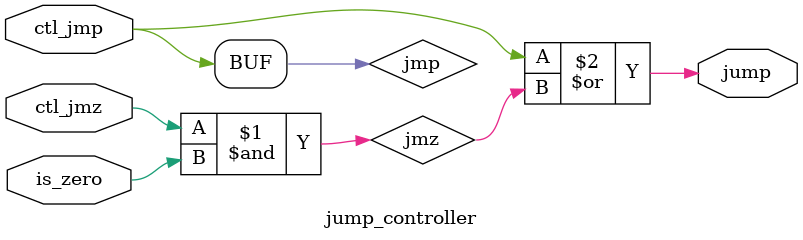
<source format=v>
module jump_controller
(
    input wire ctl_jmp,
    input wire ctl_jmz,
    input wire is_zero,

    output wire jump
);

    wire jmp = ctl_jmp;              //jump
    wire jmz = ctl_jmz & is_zero;    //jump zero

    assign jump = jmp | jmz;

endmodule
</source>
